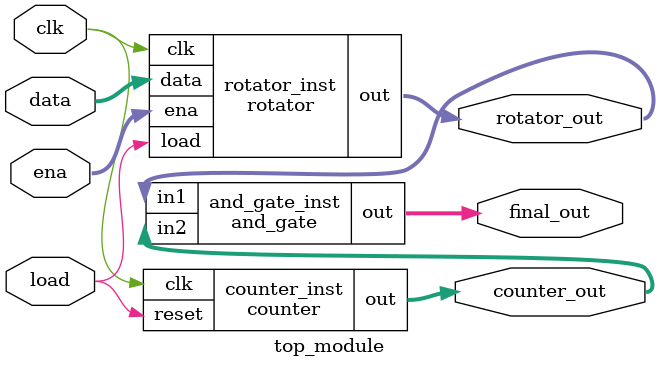
<source format=v>

module rotator(
    input clk,
    input load,
    input [1:0] ena,
    input [99:0] data,
    output reg [99:0] out
);

reg [99:0] shift_reg;
reg [3:0] counter;

always @(posedge clk) begin
    if (load) begin
        shift_reg <= data;
    end else begin
        if (ena[0]) begin
            shift_reg <= {shift_reg[98:0], shift_reg[99]};
        end
        if (ena[1]) begin
            shift_reg <= {shift_reg[1:99], shift_reg[0]};
        end
    end
    out <= shift_reg;
end

endmodule
module counter(
    input clk,
    input reset,
    output reg [3:0] out
);

always @(posedge clk) begin
    if (reset) begin
        out <= 4'b0000;
    end else begin
        out <= out + 1;
    end
end

endmodule
module and_gate(
    input [99:0] in1,
    input [3:0] in2,
    output reg [99:0] out
);

always @(in1 or in2) begin
    out = in1 & (in2 << 96);
end

endmodule
module top_module(
    input clk,
    input load,
    input [1:0] ena,
    input [99:0] data,
    output reg [3:0] counter_out,
    output reg [99:0] rotator_out,
    output reg [99:0] final_out
);

rotator rotator_inst(
    .clk(clk),
    .load(load),
    .ena(ena),
    .data(data),
    .out(rotator_out)
);

counter counter_inst(
    .clk(clk),
    .reset(load),
    .out(counter_out)
);

and_gate and_gate_inst(
    .in1(rotator_out),
    .in2(counter_out),
    .out(final_out)
);

endmodule
</source>
